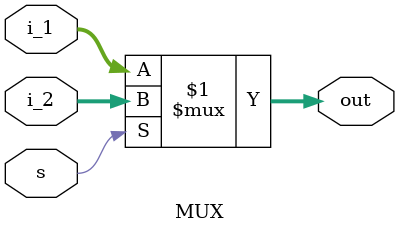
<source format=v>
module MUX
(
    input [31:0]i_1,i_2,
    input s,
    output [31:0]out
);
assign out = s ? i_2 : i_1;
endmodule


</source>
